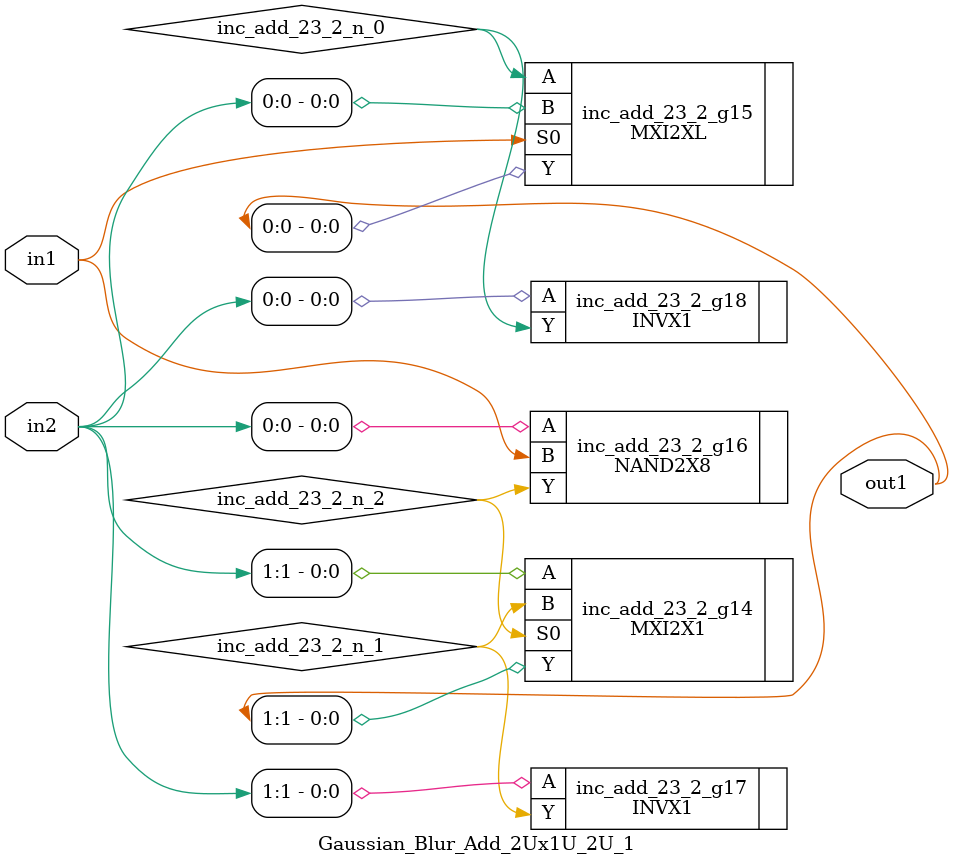
<source format=v>
`timescale 1ps / 1ps


module Gaussian_Blur_Add_2Ux1U_2U_1(in2, in1, out1);
  input [1:0] in2;
  input in1;
  output [1:0] out1;
  wire [1:0] in2;
  wire in1;
  wire [1:0] out1;
  wire inc_add_23_2_n_0, inc_add_23_2_n_1, inc_add_23_2_n_2;
  MXI2X1 inc_add_23_2_g14(.A (in2[1]), .B (inc_add_23_2_n_1), .S0
       (inc_add_23_2_n_2), .Y (out1[1]));
  MXI2XL inc_add_23_2_g15(.A (inc_add_23_2_n_0), .B (in2[0]), .S0
       (in1), .Y (out1[0]));
  NAND2X8 inc_add_23_2_g16(.A (in2[0]), .B (in1), .Y
       (inc_add_23_2_n_2));
  INVX1 inc_add_23_2_g17(.A (in2[1]), .Y (inc_add_23_2_n_1));
  INVX1 inc_add_23_2_g18(.A (in2[0]), .Y (inc_add_23_2_n_0));
endmodule



</source>
